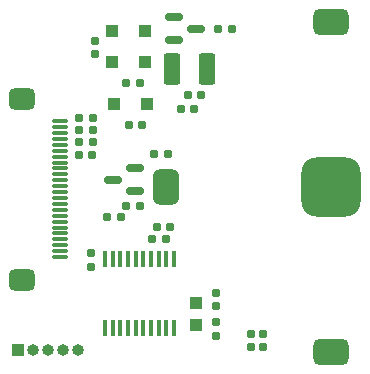
<source format=gbr>
%TF.GenerationSoftware,KiCad,Pcbnew,(6.0.1)*%
%TF.CreationDate,2022-10-12T14:33:58-04:00*%
%TF.ProjectId,DeathClock,44656174-6843-46c6-9f63-6b2e6b696361,rev?*%
%TF.SameCoordinates,Original*%
%TF.FileFunction,Soldermask,Top*%
%TF.FilePolarity,Negative*%
%FSLAX46Y46*%
G04 Gerber Fmt 4.6, Leading zero omitted, Abs format (unit mm)*
G04 Created by KiCad (PCBNEW (6.0.1)) date 2022-10-12 14:33:58*
%MOMM*%
%LPD*%
G01*
G04 APERTURE LIST*
G04 Aperture macros list*
%AMRoundRect*
0 Rectangle with rounded corners*
0 $1 Rounding radius*
0 $2 $3 $4 $5 $6 $7 $8 $9 X,Y pos of 4 corners*
0 Add a 4 corners polygon primitive as box body*
4,1,4,$2,$3,$4,$5,$6,$7,$8,$9,$2,$3,0*
0 Add four circle primitives for the rounded corners*
1,1,$1+$1,$2,$3*
1,1,$1+$1,$4,$5*
1,1,$1+$1,$6,$7*
1,1,$1+$1,$8,$9*
0 Add four rect primitives between the rounded corners*
20,1,$1+$1,$2,$3,$4,$5,0*
20,1,$1+$1,$4,$5,$6,$7,0*
20,1,$1+$1,$6,$7,$8,$9,0*
20,1,$1+$1,$8,$9,$2,$3,0*%
G04 Aperture macros list end*
%ADD10RoundRect,0.075000X-0.575000X0.075000X-0.575000X-0.075000X0.575000X-0.075000X0.575000X0.075000X0*%
%ADD11RoundRect,0.450000X-0.650000X0.450000X-0.650000X-0.450000X0.650000X-0.450000X0.650000X0.450000X0*%
%ADD12RoundRect,0.155000X0.212500X0.155000X-0.212500X0.155000X-0.212500X-0.155000X0.212500X-0.155000X0*%
%ADD13RoundRect,0.150000X-0.587500X-0.150000X0.587500X-0.150000X0.587500X0.150000X-0.587500X0.150000X0*%
%ADD14R,0.355600X1.473200*%
%ADD15RoundRect,0.155000X0.155000X-0.212500X0.155000X0.212500X-0.155000X0.212500X-0.155000X-0.212500X0*%
%ADD16R,1.100000X1.050000*%
%ADD17RoundRect,0.155000X-0.212500X-0.155000X0.212500X-0.155000X0.212500X0.155000X-0.212500X0.155000X0*%
%ADD18RoundRect,0.160000X0.197500X0.160000X-0.197500X0.160000X-0.197500X-0.160000X0.197500X-0.160000X0*%
%ADD19RoundRect,0.562500X0.937500X0.562500X-0.937500X0.562500X-0.937500X-0.562500X0.937500X-0.562500X0*%
%ADD20RoundRect,0.562500X-0.562500X0.937500X-0.562500X-0.937500X0.562500X-0.937500X0.562500X0.937500X0*%
%ADD21RoundRect,1.250000X-1.250000X1.250000X-1.250000X-1.250000X1.250000X-1.250000X1.250000X1.250000X0*%
%ADD22RoundRect,0.150000X0.587500X0.150000X-0.587500X0.150000X-0.587500X-0.150000X0.587500X-0.150000X0*%
%ADD23RoundRect,0.155000X-0.155000X0.212500X-0.155000X-0.212500X0.155000X-0.212500X0.155000X0.212500X0*%
%ADD24R,1.100000X1.100000*%
%ADD25RoundRect,0.250001X0.462499X1.074999X-0.462499X1.074999X-0.462499X-1.074999X0.462499X-1.074999X0*%
%ADD26R,1.000000X1.000000*%
%ADD27O,1.000000X1.000000*%
G04 APERTURE END LIST*
D10*
%TO.C,J2*%
X123030000Y-91150000D03*
X123030000Y-90650000D03*
X123030000Y-90150000D03*
X123030000Y-89650000D03*
X123030000Y-89150000D03*
X123030000Y-88650000D03*
X123030000Y-88150000D03*
X123030000Y-87650000D03*
X123030000Y-87150000D03*
X123030000Y-86650000D03*
X123030000Y-86150000D03*
X123030000Y-85650000D03*
X123030000Y-85150000D03*
X123030000Y-84650000D03*
X123030000Y-84150000D03*
X123030000Y-83650000D03*
X123030000Y-83150000D03*
X123030000Y-82650000D03*
X123030000Y-82150000D03*
X123030000Y-81650000D03*
X123030000Y-81150000D03*
X123030000Y-80650000D03*
X123030000Y-80150000D03*
X123030000Y-79650000D03*
D11*
X119780000Y-93050000D03*
X119780000Y-77750000D03*
%TD*%
D12*
%TO.C,C16*%
X132367500Y-88600000D03*
X131232500Y-88600000D03*
%TD*%
D13*
%TO.C,Q2*%
X132662500Y-70850000D03*
X132662500Y-72750000D03*
X134537500Y-71800000D03*
%TD*%
D14*
%TO.C,U1*%
X132675000Y-91329000D03*
X132024999Y-91329000D03*
X131375001Y-91329000D03*
X130724999Y-91329000D03*
X130075001Y-91329000D03*
X129425002Y-91329000D03*
X128775001Y-91329000D03*
X128125002Y-91329000D03*
X127475001Y-91329000D03*
X126825002Y-91329000D03*
X126825000Y-97171000D03*
X127474998Y-97171000D03*
X128124999Y-97171000D03*
X128774998Y-97171000D03*
X129424999Y-97171000D03*
X130074998Y-97171000D03*
X130724999Y-97171000D03*
X131374998Y-97171000D03*
X132024999Y-97171000D03*
X132674998Y-97171000D03*
%TD*%
D15*
%TO.C,C13*%
X139200000Y-98767500D03*
X139200000Y-97632500D03*
%TD*%
D16*
%TO.C,Y1*%
X134500000Y-96925000D03*
X134500000Y-95075000D03*
%TD*%
D17*
%TO.C,C2*%
X133832500Y-77400000D03*
X134967500Y-77400000D03*
%TD*%
D18*
%TO.C,R2*%
X129797500Y-86800000D03*
X128602500Y-86800000D03*
%TD*%
D15*
%TO.C,C14*%
X140200000Y-98767500D03*
X140200000Y-97632500D03*
%TD*%
D17*
%TO.C,C9*%
X124632500Y-79400000D03*
X125767500Y-79400000D03*
%TD*%
D18*
%TO.C,R4*%
X132197500Y-82400000D03*
X131002500Y-82400000D03*
%TD*%
D19*
%TO.C,BAT1*%
X146000000Y-71230000D03*
D20*
X132030000Y-85200000D03*
D19*
X146000000Y-99170000D03*
D21*
X146000000Y-85200000D03*
%TD*%
D12*
%TO.C,C15*%
X131967500Y-89600000D03*
X130832500Y-89600000D03*
%TD*%
D22*
%TO.C,Q1*%
X129337500Y-85550000D03*
X129337500Y-83650000D03*
X127462500Y-84600000D03*
%TD*%
D23*
%TO.C,C5*%
X126000000Y-72832500D03*
X126000000Y-73967500D03*
%TD*%
D12*
%TO.C,C4*%
X129967500Y-80000000D03*
X128832500Y-80000000D03*
%TD*%
D23*
%TO.C,C11*%
X136250000Y-94182500D03*
X136250000Y-95317500D03*
%TD*%
D18*
%TO.C,R1*%
X137597500Y-71800000D03*
X136402500Y-71800000D03*
%TD*%
D24*
%TO.C,D2*%
X127600000Y-78200000D03*
X130400000Y-78200000D03*
%TD*%
D15*
%TO.C,C6*%
X125600000Y-91967500D03*
X125600000Y-90832500D03*
%TD*%
D17*
%TO.C,C10*%
X124632500Y-81400000D03*
X125767500Y-81400000D03*
%TD*%
D18*
%TO.C,R3*%
X128197500Y-87800000D03*
X127002500Y-87800000D03*
%TD*%
D17*
%TO.C,C7*%
X124582500Y-82520000D03*
X125717500Y-82520000D03*
%TD*%
%TO.C,C1*%
X133232500Y-78600000D03*
X134367500Y-78600000D03*
%TD*%
D25*
%TO.C,L1*%
X135487500Y-75200000D03*
X132512500Y-75200000D03*
%TD*%
D26*
%TO.C,J1*%
X119500000Y-99000000D03*
D27*
X120770000Y-99000000D03*
X122040000Y-99000000D03*
X123310000Y-99000000D03*
X124580000Y-99000000D03*
%TD*%
D12*
%TO.C,C3*%
X129767500Y-76400000D03*
X128632500Y-76400000D03*
%TD*%
D24*
%TO.C,D3*%
X130200000Y-74600000D03*
X127400000Y-74600000D03*
%TD*%
D15*
%TO.C,C12*%
X136250000Y-97817500D03*
X136250000Y-96682500D03*
%TD*%
D24*
%TO.C,D1*%
X127400000Y-72000000D03*
X130200000Y-72000000D03*
%TD*%
D17*
%TO.C,C8*%
X124632500Y-80400000D03*
X125767500Y-80400000D03*
%TD*%
M02*

</source>
